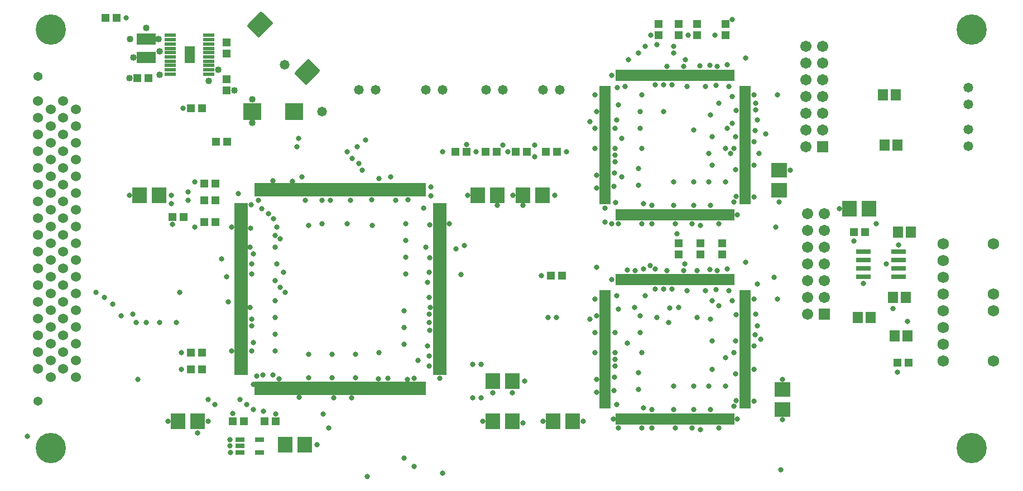
<source format=gts>
%FSLAX24Y24*%
%MOIN*%
G70*
G01*
G75*
G04 Layer_Color=8388736*
G04 Layer_Color=8388736*
%ADD10R,0.0472X0.0236*%
%ADD11R,0.0472X0.0236*%
%ADD12R,0.0620X0.1010*%
%ADD13R,0.0600X0.0150*%
%ADD14R,0.0360X0.2560*%
%ADD15R,0.0620X0.0775*%
%ADD16R,0.0630X0.0118*%
%ADD17R,0.0118X0.0630*%
%ADD18R,0.0433X0.0394*%
%ADD19R,0.0512X0.0591*%
%ADD20R,0.0728X0.0118*%
%ADD21R,0.0118X0.0728*%
%ADD22R,0.0787X0.0866*%
%ADD23R,0.0807X0.0236*%
%ADD24R,0.0394X0.0433*%
%ADD25R,0.1063X0.0630*%
%ADD26C,0.0241*%
%ADD27R,0.1024X0.0945*%
%ADD28R,0.0866X0.0787*%
%ADD29C,0.0080*%
%ADD30C,0.0100*%
%ADD31C,0.0200*%
%ADD32C,0.0160*%
%ADD33C,0.0200*%
%ADD34C,0.0460*%
%ADD35C,0.0520*%
%ADD36C,0.0600*%
%ADD37C,0.0500*%
%ADD38R,0.0591X0.0591*%
%ADD39C,0.0591*%
%ADD40C,0.1732*%
%ADD41C,0.1732*%
%ADD42C,0.0250*%
%ADD43C,0.0320*%
%ADD44C,0.0079*%
%ADD45C,0.0098*%
%ADD46C,0.0060*%
%ADD47C,0.0070*%
%ADD48C,0.0120*%
%ADD49R,0.0197X0.0079*%
%ADD50R,0.0079X0.0197*%
%ADD51R,0.0079X0.0197*%
%ADD52C,0.0020*%
%ADD53R,0.0552X0.0316*%
%ADD54R,0.0552X0.0316*%
%ADD55R,0.0680X0.0230*%
%ADD56R,0.0710X0.0198*%
%ADD57R,0.0198X0.0710*%
%ADD58R,0.0513X0.0474*%
%ADD59R,0.0592X0.0671*%
%ADD60R,0.0808X0.0198*%
%ADD61R,0.0198X0.0808*%
%ADD62R,0.0867X0.0946*%
%ADD63R,0.0887X0.0316*%
%ADD64R,0.0474X0.0513*%
%ADD65R,0.1143X0.0710*%
%ADD66R,0.1104X0.1025*%
%ADD67R,0.0946X0.0867*%
%ADD68C,0.0540*%
%ADD69C,0.0680*%
%ADD70C,0.0580*%
%ADD71R,0.0671X0.0671*%
%ADD72C,0.0671*%
%ADD73C,0.1812*%
%ADD74C,0.1812*%
%ADD75C,0.0330*%
%ADD76C,0.0400*%
D12*
X30800Y56000D02*
D03*
D26*
X35062Y58459D02*
X35630Y57891D01*
X34909Y57170D01*
X34341Y57738D01*
X35062Y58459D01*
Y58175D02*
X35346Y57891D01*
X34909Y57454D01*
X34625Y57738D01*
X35062Y58175D01*
X35059Y57894D02*
X34913Y57734D01*
X37891Y55630D02*
X38459Y55062D01*
X37738Y54341D01*
X37170Y54909D01*
X37891Y55630D01*
Y55346D02*
X38175Y55062D01*
X37738Y54625D01*
X37454Y54909D01*
X37891Y55346D01*
X37887Y55066D02*
X37741Y54906D01*
D36*
X21750Y53250D02*
D03*
X22500Y52750D02*
D03*
X21750Y52250D02*
D03*
X22500Y51750D02*
D03*
X21750Y51250D02*
D03*
X22500Y50750D02*
D03*
X21750Y50250D02*
D03*
X22500Y49750D02*
D03*
X21750Y49250D02*
D03*
X22500Y48750D02*
D03*
X21750Y48250D02*
D03*
X22500Y47750D02*
D03*
X21750Y47250D02*
D03*
X22500Y46750D02*
D03*
X21750Y46250D02*
D03*
X22500Y45750D02*
D03*
X21750Y45250D02*
D03*
X22500Y44750D02*
D03*
X21750Y44250D02*
D03*
X22500Y43750D02*
D03*
X21750Y43250D02*
D03*
X22500Y42750D02*
D03*
X21750Y42250D02*
D03*
X22500Y41750D02*
D03*
X21750Y41250D02*
D03*
X22500Y40750D02*
D03*
X21750Y40250D02*
D03*
X22500Y39750D02*
D03*
X21750Y39250D02*
D03*
X22500Y38750D02*
D03*
X21750Y38250D02*
D03*
X22500Y37750D02*
D03*
X21750Y37250D02*
D03*
X22500Y36750D02*
D03*
X23250Y53250D02*
D03*
X24000Y52750D02*
D03*
X23250Y52250D02*
D03*
X24000Y51750D02*
D03*
X23250Y51250D02*
D03*
X24000Y50750D02*
D03*
X23250Y50250D02*
D03*
X24000Y49750D02*
D03*
X23250Y49250D02*
D03*
X24000Y48750D02*
D03*
X23250Y48250D02*
D03*
X24000Y47750D02*
D03*
X23250Y47250D02*
D03*
X24000Y46750D02*
D03*
X23250Y46250D02*
D03*
X24000Y45750D02*
D03*
X23250Y45250D02*
D03*
X24000Y44750D02*
D03*
X23250Y44250D02*
D03*
X24000Y43750D02*
D03*
X23250Y43250D02*
D03*
X24000Y42750D02*
D03*
X23250Y42250D02*
D03*
X24000Y41750D02*
D03*
X23250Y41250D02*
D03*
X24000Y40750D02*
D03*
X23250Y40250D02*
D03*
X24000Y39750D02*
D03*
X23250Y39250D02*
D03*
X24000Y38750D02*
D03*
X23250Y38250D02*
D03*
X24000Y37750D02*
D03*
X23250Y37250D02*
D03*
X24000Y36750D02*
D03*
D53*
X34981Y33000D02*
D03*
D54*
X33800Y32626D02*
D03*
Y32252D02*
D03*
X34981D02*
D03*
X33800Y33000D02*
D03*
D55*
X31950Y54850D02*
D03*
Y55106D02*
D03*
Y55362D02*
D03*
Y55618D02*
D03*
Y55874D02*
D03*
Y56130D02*
D03*
Y56386D02*
D03*
Y56642D02*
D03*
Y56898D02*
D03*
Y57154D02*
D03*
X29650Y54850D02*
D03*
Y55106D02*
D03*
Y55362D02*
D03*
Y55618D02*
D03*
Y55874D02*
D03*
Y56130D02*
D03*
Y56386D02*
D03*
Y56642D02*
D03*
Y56898D02*
D03*
Y57154D02*
D03*
D56*
X55627Y41845D02*
D03*
Y41648D02*
D03*
Y41451D02*
D03*
Y41254D02*
D03*
Y41057D02*
D03*
Y40861D02*
D03*
Y40664D02*
D03*
Y40467D02*
D03*
Y40270D02*
D03*
Y40073D02*
D03*
Y39876D02*
D03*
Y39680D02*
D03*
Y39483D02*
D03*
Y39286D02*
D03*
Y39089D02*
D03*
Y38892D02*
D03*
Y38695D02*
D03*
Y38498D02*
D03*
Y38302D02*
D03*
Y38105D02*
D03*
Y37908D02*
D03*
Y37711D02*
D03*
Y37514D02*
D03*
Y37317D02*
D03*
Y37120D02*
D03*
Y36924D02*
D03*
Y36727D02*
D03*
Y36530D02*
D03*
Y36333D02*
D03*
Y36136D02*
D03*
Y35939D02*
D03*
Y35743D02*
D03*
Y35546D02*
D03*
Y35349D02*
D03*
Y35152D02*
D03*
Y34955D02*
D03*
X63973Y41845D02*
D03*
Y41648D02*
D03*
Y41451D02*
D03*
Y41254D02*
D03*
Y41057D02*
D03*
Y40861D02*
D03*
Y40664D02*
D03*
Y40467D02*
D03*
Y40270D02*
D03*
Y40073D02*
D03*
Y39876D02*
D03*
Y39680D02*
D03*
Y39483D02*
D03*
Y39286D02*
D03*
Y39089D02*
D03*
Y38892D02*
D03*
Y38695D02*
D03*
Y38498D02*
D03*
Y38302D02*
D03*
Y38105D02*
D03*
Y37908D02*
D03*
Y37711D02*
D03*
Y37514D02*
D03*
Y37317D02*
D03*
Y37120D02*
D03*
Y36924D02*
D03*
Y36727D02*
D03*
Y36530D02*
D03*
Y36333D02*
D03*
Y36136D02*
D03*
Y35939D02*
D03*
Y35743D02*
D03*
Y35546D02*
D03*
Y35349D02*
D03*
Y35152D02*
D03*
Y34955D02*
D03*
Y47155D02*
D03*
Y47352D02*
D03*
Y47549D02*
D03*
Y47746D02*
D03*
Y47943D02*
D03*
Y48139D02*
D03*
Y48336D02*
D03*
Y48533D02*
D03*
Y48730D02*
D03*
Y48927D02*
D03*
Y49124D02*
D03*
Y49320D02*
D03*
Y49517D02*
D03*
Y49714D02*
D03*
Y49911D02*
D03*
Y50108D02*
D03*
Y50305D02*
D03*
Y50502D02*
D03*
Y50698D02*
D03*
Y50895D02*
D03*
Y51092D02*
D03*
Y51289D02*
D03*
Y51486D02*
D03*
Y51683D02*
D03*
Y51880D02*
D03*
Y52076D02*
D03*
Y52273D02*
D03*
Y52470D02*
D03*
Y52667D02*
D03*
Y52864D02*
D03*
Y53061D02*
D03*
Y53257D02*
D03*
Y53454D02*
D03*
Y53651D02*
D03*
Y53848D02*
D03*
Y54045D02*
D03*
X55627Y47155D02*
D03*
Y47352D02*
D03*
Y47549D02*
D03*
Y47746D02*
D03*
Y47943D02*
D03*
Y48139D02*
D03*
Y48336D02*
D03*
Y48533D02*
D03*
Y48730D02*
D03*
Y48927D02*
D03*
Y49124D02*
D03*
Y49320D02*
D03*
Y49517D02*
D03*
Y49714D02*
D03*
Y49911D02*
D03*
Y50108D02*
D03*
Y50305D02*
D03*
Y50502D02*
D03*
Y50698D02*
D03*
Y50895D02*
D03*
Y51092D02*
D03*
Y51289D02*
D03*
Y51486D02*
D03*
Y51683D02*
D03*
Y51880D02*
D03*
Y52076D02*
D03*
Y52273D02*
D03*
Y52470D02*
D03*
Y52667D02*
D03*
Y52864D02*
D03*
Y53061D02*
D03*
Y53257D02*
D03*
Y53454D02*
D03*
Y53651D02*
D03*
Y53848D02*
D03*
Y54045D02*
D03*
D57*
X56355Y34227D02*
D03*
X56552D02*
D03*
X56749D02*
D03*
X56946D02*
D03*
X57143D02*
D03*
X57339D02*
D03*
X57536D02*
D03*
X57733D02*
D03*
X57930D02*
D03*
X58127D02*
D03*
X58324D02*
D03*
X58520D02*
D03*
X58717D02*
D03*
X58914D02*
D03*
X59111D02*
D03*
X59308D02*
D03*
X59505D02*
D03*
X59702D02*
D03*
X59898D02*
D03*
X60095D02*
D03*
X60292D02*
D03*
X60489D02*
D03*
X60686D02*
D03*
X60883D02*
D03*
X61080D02*
D03*
X61276D02*
D03*
X61473D02*
D03*
X61670D02*
D03*
X61867D02*
D03*
X62064D02*
D03*
X62261D02*
D03*
X62457D02*
D03*
X62654D02*
D03*
X62851D02*
D03*
X63048D02*
D03*
X63245D02*
D03*
X56355Y42573D02*
D03*
X56552D02*
D03*
X56749D02*
D03*
X56946D02*
D03*
X57143D02*
D03*
X57339D02*
D03*
X57536D02*
D03*
X57733D02*
D03*
X57930D02*
D03*
X58127D02*
D03*
X58324D02*
D03*
X58520D02*
D03*
X58717D02*
D03*
X58914D02*
D03*
X59111D02*
D03*
X59308D02*
D03*
X59505D02*
D03*
X59702D02*
D03*
X59898D02*
D03*
X60095D02*
D03*
X60292D02*
D03*
X60489D02*
D03*
X60686D02*
D03*
X60883D02*
D03*
X61080D02*
D03*
X61276D02*
D03*
X61473D02*
D03*
X61670D02*
D03*
X61867D02*
D03*
X62064D02*
D03*
X62261D02*
D03*
X62457D02*
D03*
X62654D02*
D03*
X62851D02*
D03*
X63048D02*
D03*
X63245D02*
D03*
Y54773D02*
D03*
X63048D02*
D03*
X62851D02*
D03*
X62654D02*
D03*
X62457D02*
D03*
X62261D02*
D03*
X62064D02*
D03*
X61867D02*
D03*
X61670D02*
D03*
X61473D02*
D03*
X61276D02*
D03*
X61080D02*
D03*
X60883D02*
D03*
X60686D02*
D03*
X60489D02*
D03*
X60292D02*
D03*
X60095D02*
D03*
X59898D02*
D03*
X59702D02*
D03*
X59505D02*
D03*
X59308D02*
D03*
X59111D02*
D03*
X58914D02*
D03*
X58717D02*
D03*
X58520D02*
D03*
X58324D02*
D03*
X58127D02*
D03*
X57930D02*
D03*
X57733D02*
D03*
X57536D02*
D03*
X57339D02*
D03*
X57143D02*
D03*
X56946D02*
D03*
X56749D02*
D03*
X56552D02*
D03*
X56355D02*
D03*
X63245Y46427D02*
D03*
X63048D02*
D03*
X62851D02*
D03*
X62654D02*
D03*
X62457D02*
D03*
X62261D02*
D03*
X62064D02*
D03*
X61867D02*
D03*
X61670D02*
D03*
X61473D02*
D03*
X61276D02*
D03*
X61080D02*
D03*
X60883D02*
D03*
X60686D02*
D03*
X60489D02*
D03*
X60292D02*
D03*
X60095D02*
D03*
X59898D02*
D03*
X59702D02*
D03*
X59505D02*
D03*
X59308D02*
D03*
X59111D02*
D03*
X58914D02*
D03*
X58717D02*
D03*
X58520D02*
D03*
X58324D02*
D03*
X58127D02*
D03*
X57930D02*
D03*
X57733D02*
D03*
X57536D02*
D03*
X57339D02*
D03*
X57143D02*
D03*
X56946D02*
D03*
X56749D02*
D03*
X56552D02*
D03*
X56355D02*
D03*
D58*
X52365Y42800D02*
D03*
X53035D02*
D03*
X70465Y45400D02*
D03*
X71135D02*
D03*
X73065Y37600D02*
D03*
X73735D02*
D03*
X27665Y54600D02*
D03*
X28335D02*
D03*
X47335Y50200D02*
D03*
X46665D02*
D03*
X49135D02*
D03*
X48465D02*
D03*
X50935D02*
D03*
X50265D02*
D03*
X52735D02*
D03*
X52065D02*
D03*
X32335Y48300D02*
D03*
X31665D02*
D03*
X32335Y47300D02*
D03*
X31665D02*
D03*
X30435Y46300D02*
D03*
X29765D02*
D03*
X31665Y46000D02*
D03*
X32335D02*
D03*
X30865Y52800D02*
D03*
X31535D02*
D03*
X32365Y50800D02*
D03*
X33035D02*
D03*
X26435Y58200D02*
D03*
X25765D02*
D03*
X31535Y38200D02*
D03*
X30865D02*
D03*
X31535Y37200D02*
D03*
X30865D02*
D03*
X33365Y34100D02*
D03*
X34035D02*
D03*
X35265D02*
D03*
X35935D02*
D03*
D59*
X72974Y53600D02*
D03*
X72226D02*
D03*
X73074Y50600D02*
D03*
X72326D02*
D03*
X73126Y45400D02*
D03*
X73874D02*
D03*
X72826Y41500D02*
D03*
X73574D02*
D03*
X71474Y40300D02*
D03*
X70726D02*
D03*
X72926Y39200D02*
D03*
X73674D02*
D03*
D60*
X33865Y47020D02*
D03*
Y46823D02*
D03*
Y46626D02*
D03*
Y46429D02*
D03*
Y46232D02*
D03*
Y46035D02*
D03*
Y45839D02*
D03*
Y45642D02*
D03*
Y45445D02*
D03*
Y45248D02*
D03*
Y45051D02*
D03*
Y44854D02*
D03*
Y44657D02*
D03*
Y44461D02*
D03*
Y44264D02*
D03*
Y44067D02*
D03*
Y43870D02*
D03*
Y43673D02*
D03*
Y43476D02*
D03*
Y43280D02*
D03*
Y43083D02*
D03*
Y42886D02*
D03*
Y42689D02*
D03*
Y42492D02*
D03*
Y42295D02*
D03*
Y42098D02*
D03*
Y41902D02*
D03*
Y41705D02*
D03*
Y41508D02*
D03*
Y41311D02*
D03*
Y41114D02*
D03*
Y40917D02*
D03*
Y40720D02*
D03*
Y40524D02*
D03*
Y40327D02*
D03*
Y40130D02*
D03*
Y39933D02*
D03*
Y39736D02*
D03*
Y39539D02*
D03*
Y39343D02*
D03*
Y39146D02*
D03*
Y38949D02*
D03*
Y38752D02*
D03*
Y38555D02*
D03*
Y38358D02*
D03*
Y38161D02*
D03*
Y37965D02*
D03*
Y37768D02*
D03*
Y37571D02*
D03*
Y37374D02*
D03*
Y37177D02*
D03*
Y36980D02*
D03*
X45735Y47020D02*
D03*
Y46823D02*
D03*
Y46626D02*
D03*
Y46429D02*
D03*
Y46232D02*
D03*
Y46035D02*
D03*
Y45839D02*
D03*
Y45642D02*
D03*
Y45445D02*
D03*
Y45248D02*
D03*
Y45051D02*
D03*
Y44854D02*
D03*
Y44657D02*
D03*
Y44461D02*
D03*
Y44264D02*
D03*
Y44067D02*
D03*
Y43870D02*
D03*
Y43673D02*
D03*
Y43476D02*
D03*
Y43280D02*
D03*
Y43083D02*
D03*
Y42886D02*
D03*
Y42689D02*
D03*
Y42492D02*
D03*
Y42295D02*
D03*
Y42098D02*
D03*
Y41902D02*
D03*
Y41705D02*
D03*
Y41508D02*
D03*
Y41311D02*
D03*
Y41114D02*
D03*
Y40917D02*
D03*
Y40720D02*
D03*
Y40524D02*
D03*
Y40327D02*
D03*
Y40130D02*
D03*
Y39933D02*
D03*
Y39736D02*
D03*
Y39539D02*
D03*
Y39343D02*
D03*
Y39146D02*
D03*
Y38949D02*
D03*
Y38752D02*
D03*
Y38555D02*
D03*
Y38358D02*
D03*
Y38161D02*
D03*
Y37965D02*
D03*
Y37768D02*
D03*
Y37571D02*
D03*
Y37374D02*
D03*
Y37177D02*
D03*
Y36980D02*
D03*
D61*
X44820Y47935D02*
D03*
X44623D02*
D03*
X44426D02*
D03*
X44229D02*
D03*
X44032D02*
D03*
X43835D02*
D03*
X43639D02*
D03*
X43442D02*
D03*
X43245D02*
D03*
X43048D02*
D03*
X42851D02*
D03*
X42654D02*
D03*
X42457D02*
D03*
X42261D02*
D03*
X42064D02*
D03*
X41867D02*
D03*
X41670D02*
D03*
X41473D02*
D03*
X41276D02*
D03*
X41080D02*
D03*
X40883D02*
D03*
X40686D02*
D03*
X40489D02*
D03*
X40292D02*
D03*
X40095D02*
D03*
X39898D02*
D03*
X39702D02*
D03*
X39505D02*
D03*
X39308D02*
D03*
X39111D02*
D03*
X38914D02*
D03*
X38717D02*
D03*
X38520D02*
D03*
X38324D02*
D03*
X38127D02*
D03*
X37930D02*
D03*
X37733D02*
D03*
X37536D02*
D03*
X37339D02*
D03*
X37143D02*
D03*
X36946D02*
D03*
X36749D02*
D03*
X36552D02*
D03*
X36355D02*
D03*
X36158D02*
D03*
X35961D02*
D03*
X35765D02*
D03*
X35568D02*
D03*
X35371D02*
D03*
X35174D02*
D03*
X34977D02*
D03*
X34780D02*
D03*
X44820Y36065D02*
D03*
X44623D02*
D03*
X44426D02*
D03*
X44229D02*
D03*
X44032D02*
D03*
X43835D02*
D03*
X43639D02*
D03*
X43442D02*
D03*
X43245D02*
D03*
X43048D02*
D03*
X42851D02*
D03*
X42654D02*
D03*
X42457D02*
D03*
X42261D02*
D03*
X42064D02*
D03*
X41867D02*
D03*
X41670D02*
D03*
X41473D02*
D03*
X41276D02*
D03*
X41080D02*
D03*
X40883D02*
D03*
X40686D02*
D03*
X40489D02*
D03*
X40292D02*
D03*
X40095D02*
D03*
X39898D02*
D03*
X39702D02*
D03*
X39505D02*
D03*
X39308D02*
D03*
X39111D02*
D03*
X38914D02*
D03*
X38717D02*
D03*
X38520D02*
D03*
X38324D02*
D03*
X38127D02*
D03*
X37930D02*
D03*
X37733D02*
D03*
X37536D02*
D03*
X37339D02*
D03*
X37143D02*
D03*
X36946D02*
D03*
X36749D02*
D03*
X36552D02*
D03*
X36355D02*
D03*
X36158D02*
D03*
X35961D02*
D03*
X35765D02*
D03*
X35568D02*
D03*
X35371D02*
D03*
X35174D02*
D03*
X34977D02*
D03*
X34780D02*
D03*
D62*
X70209Y46800D02*
D03*
X71391D02*
D03*
X48009Y47600D02*
D03*
X49191D02*
D03*
X30109Y34100D02*
D03*
X31291D02*
D03*
X52509D02*
D03*
X53691D02*
D03*
X27809Y47600D02*
D03*
X28991D02*
D03*
X48909Y36500D02*
D03*
X50091D02*
D03*
X37691Y32700D02*
D03*
X36509D02*
D03*
X50709Y47600D02*
D03*
X51891D02*
D03*
X48909Y34100D02*
D03*
X50091D02*
D03*
D63*
X73153Y42750D02*
D03*
Y43250D02*
D03*
Y43750D02*
D03*
Y44250D02*
D03*
X71047Y42750D02*
D03*
Y43250D02*
D03*
Y43750D02*
D03*
Y44250D02*
D03*
D64*
X33000Y53865D02*
D03*
Y54535D02*
D03*
Y56735D02*
D03*
Y56065D02*
D03*
X62800Y57165D02*
D03*
Y57835D02*
D03*
X60000Y44735D02*
D03*
Y44065D02*
D03*
X61300Y44735D02*
D03*
Y44065D02*
D03*
X62600Y44735D02*
D03*
Y44065D02*
D03*
X58800Y57835D02*
D03*
Y57165D02*
D03*
X61100Y57835D02*
D03*
Y57165D02*
D03*
X60000Y57835D02*
D03*
Y57165D02*
D03*
D65*
X28200Y55849D02*
D03*
Y56951D02*
D03*
D66*
X37060Y52600D02*
D03*
X34540D02*
D03*
D67*
X66200Y35991D02*
D03*
Y34809D02*
D03*
X66000Y49091D02*
D03*
Y47909D02*
D03*
D68*
X21750Y54710D02*
D03*
Y35290D02*
D03*
D69*
X78800Y41700D02*
D03*
Y44700D02*
D03*
X75800Y41700D02*
D03*
Y42700D02*
D03*
Y44700D02*
D03*
Y43700D02*
D03*
X78800Y37700D02*
D03*
Y40700D02*
D03*
X75800Y37700D02*
D03*
Y38700D02*
D03*
Y40700D02*
D03*
Y39700D02*
D03*
D70*
X41900Y53900D02*
D03*
X40900D02*
D03*
X45900D02*
D03*
X44900D02*
D03*
X49500D02*
D03*
X48500D02*
D03*
X52900D02*
D03*
X51900D02*
D03*
X77300Y50548D02*
D03*
Y51550D02*
D03*
Y54052D02*
D03*
Y53050D02*
D03*
X38720Y52600D02*
D03*
X36480Y55400D02*
D03*
D71*
X68700Y40500D02*
D03*
X68600Y50500D02*
D03*
D72*
X67700Y40500D02*
D03*
X68700Y41500D02*
D03*
X67700D02*
D03*
X68700Y42500D02*
D03*
X67700D02*
D03*
X68700Y43500D02*
D03*
X67700D02*
D03*
X68700Y44500D02*
D03*
X67700D02*
D03*
X68700Y45500D02*
D03*
X67700D02*
D03*
X68700Y46500D02*
D03*
X67700D02*
D03*
X67600Y50500D02*
D03*
X68600Y51500D02*
D03*
X67600D02*
D03*
X68600Y52500D02*
D03*
X67600D02*
D03*
X68600Y53500D02*
D03*
X67600D02*
D03*
X68600Y54500D02*
D03*
X67600D02*
D03*
X68600Y55500D02*
D03*
X67600D02*
D03*
X68600Y56500D02*
D03*
X67600D02*
D03*
D73*
X22500Y57500D02*
D03*
X77500Y32500D02*
D03*
D74*
X22500D02*
D03*
X77500Y57500D02*
D03*
D75*
X59100Y52600D02*
D03*
X66691Y49091D02*
D03*
X66000Y47200D02*
D03*
X66200Y36600D02*
D03*
Y34200D02*
D03*
X47400Y47600D02*
D03*
X49191Y47009D02*
D03*
X50709D02*
D03*
X50100Y47600D02*
D03*
X52600D02*
D03*
X48909Y35809D02*
D03*
X50091D02*
D03*
X50800Y36500D02*
D03*
X51900Y34100D02*
D03*
X54300D02*
D03*
X48300D02*
D03*
X50700Y34000D02*
D03*
X31291Y33409D02*
D03*
X29500Y34100D02*
D03*
X31900D02*
D03*
X29700Y47100D02*
D03*
Y47600D02*
D03*
X27200D02*
D03*
X27000Y58200D02*
D03*
X31900Y35400D02*
D03*
X33800D02*
D03*
X32300Y35100D02*
D03*
X34200D02*
D03*
X41400Y30800D02*
D03*
X66100Y31200D02*
D03*
X39100Y33700D02*
D03*
X45900Y31000D02*
D03*
X38767Y34533D02*
D03*
X33100Y41250D02*
D03*
X33000Y42750D02*
D03*
X39200Y47300D02*
D03*
X46700Y44400D02*
D03*
X45183Y40917D02*
D03*
X45139Y39539D02*
D03*
X45735Y36665D02*
D03*
X43800Y36600D02*
D03*
X44229Y36671D02*
D03*
X40489Y35511D02*
D03*
X62165Y57165D02*
D03*
X63200Y58100D02*
D03*
X51800Y42800D02*
D03*
X55100Y43300D02*
D03*
X45200Y48100D02*
D03*
X42100Y48600D02*
D03*
X44200Y31400D02*
D03*
X48200Y35500D02*
D03*
Y37500D02*
D03*
X47200Y44600D02*
D03*
X43600Y31900D02*
D03*
X47700Y35500D02*
D03*
Y37500D02*
D03*
X47014Y42886D02*
D03*
X34421Y44500D02*
D03*
X30400Y52800D02*
D03*
X37300Y51000D02*
D03*
X45200Y47555D02*
D03*
X37200Y50500D02*
D03*
X44777Y46823D02*
D03*
X40800Y50500D02*
D03*
X41300Y50900D02*
D03*
X57400Y43100D02*
D03*
X58000Y41600D02*
D03*
X62000Y41300D02*
D03*
X62400Y41000D02*
D03*
X65700Y42700D02*
D03*
X58600Y43200D02*
D03*
X60000Y40900D02*
D03*
X61100Y40300D02*
D03*
X64900Y39000D02*
D03*
X59400Y40000D02*
D03*
X64700Y42300D02*
D03*
X62800Y37900D02*
D03*
X59465Y40865D02*
D03*
X57369Y40900D02*
D03*
X56946Y43146D02*
D03*
X57900Y43200D02*
D03*
X59900Y45300D02*
D03*
X65800Y45700D02*
D03*
X58700Y56600D02*
D03*
X64800Y50100D02*
D03*
X63100D02*
D03*
X61800D02*
D03*
X60900Y51500D02*
D03*
X56800Y54100D02*
D03*
X62400Y53100D02*
D03*
X64600D02*
D03*
X57600Y56100D02*
D03*
X59700D02*
D03*
X58000Y56500D02*
D03*
X59700D02*
D03*
X58335Y57165D02*
D03*
X57000Y55700D02*
D03*
X60400D02*
D03*
X60565Y57165D02*
D03*
X58300Y43400D02*
D03*
X60370Y43500D02*
D03*
X42800Y48700D02*
D03*
X56600D02*
D03*
X62800Y50400D02*
D03*
X65200Y51273D02*
D03*
X52200Y40300D02*
D03*
X58700D02*
D03*
X64700Y39800D02*
D03*
X52700Y40300D02*
D03*
X56000Y45900D02*
D03*
X55600Y46000D02*
D03*
X55627Y46827D02*
D03*
X33365Y34565D02*
D03*
X35935Y34535D02*
D03*
X34800Y36800D02*
D03*
X34600Y34800D02*
D03*
X35200Y34700D02*
D03*
X35174Y36874D02*
D03*
X30300Y37200D02*
D03*
Y38200D02*
D03*
X29765Y45865D02*
D03*
X31100Y45700D02*
D03*
X30700Y47300D02*
D03*
Y47800D02*
D03*
X31100Y48400D02*
D03*
X38400Y32700D02*
D03*
X33248Y32252D02*
D03*
X33226Y32626D02*
D03*
X33200Y33000D02*
D03*
X41100Y49100D02*
D03*
X51400Y49900D02*
D03*
X40900Y49500D02*
D03*
X49800Y50200D02*
D03*
X40500Y49800D02*
D03*
X47900Y50200D02*
D03*
X40200D02*
D03*
X45900D02*
D03*
X47335Y50635D02*
D03*
X49500Y50600D02*
D03*
X51400D02*
D03*
X53300Y50200D02*
D03*
X71047Y42347D02*
D03*
X73065Y37035D02*
D03*
X73674Y40074D02*
D03*
X69600Y46800D02*
D03*
X70465Y44865D02*
D03*
X71800Y45900D02*
D03*
X73153Y44647D02*
D03*
X72400Y43500D02*
D03*
X72826Y40826D02*
D03*
X27700Y36600D02*
D03*
X30200Y41800D02*
D03*
X35100Y46800D02*
D03*
X35500Y46500D02*
D03*
X35765Y48465D02*
D03*
X35800Y46200D02*
D03*
X35900Y45200D02*
D03*
X36200Y45000D02*
D03*
X32700Y43800D02*
D03*
X36400Y43000D02*
D03*
X36946Y48446D02*
D03*
X36200Y42100D02*
D03*
X36500Y41800D02*
D03*
X37900Y45800D02*
D03*
X33700Y47700D02*
D03*
X34900Y47300D02*
D03*
X37700D02*
D03*
X37500Y48700D02*
D03*
X30000Y40000D02*
D03*
X29000D02*
D03*
X28200D02*
D03*
X27600D02*
D03*
X27400Y40500D02*
D03*
X26700Y40400D02*
D03*
X26200Y41100D02*
D03*
X25700Y41500D02*
D03*
X25200Y41800D02*
D03*
X34600Y38800D02*
D03*
X64700Y52100D02*
D03*
X62900Y51600D02*
D03*
X56600Y51000D02*
D03*
X54700Y52000D02*
D03*
X61276Y55324D02*
D03*
X45000Y42400D02*
D03*
X54700Y40200D02*
D03*
X56946Y38754D02*
D03*
X56300Y35100D02*
D03*
X56127Y34227D02*
D03*
X55100Y35820D02*
D03*
X56300Y41600D02*
D03*
X35900Y39300D02*
D03*
X34500Y39800D02*
D03*
X35900Y40300D02*
D03*
X34500Y40200D02*
D03*
X35900Y41300D02*
D03*
X34417Y40917D02*
D03*
X35900Y38300D02*
D03*
X34500D02*
D03*
X33300D02*
D03*
X34600Y36300D02*
D03*
X35765Y36865D02*
D03*
X36158Y36642D02*
D03*
X37339Y35539D02*
D03*
X37900Y36700D02*
D03*
Y38100D02*
D03*
X39300D02*
D03*
X39400Y35500D02*
D03*
X39300Y36700D02*
D03*
X40700Y38100D02*
D03*
Y36700D02*
D03*
X42100Y38200D02*
D03*
X42064Y36636D02*
D03*
X42654Y36654D02*
D03*
X44435Y37735D02*
D03*
X45100Y38000D02*
D03*
Y37400D02*
D03*
X43600Y38700D02*
D03*
X45000Y38600D02*
D03*
X43600Y39700D02*
D03*
X45100Y40000D02*
D03*
X43600Y40700D02*
D03*
X45100Y40500D02*
D03*
Y41500D02*
D03*
X43700Y42900D02*
D03*
X45100Y43000D02*
D03*
X45130Y43870D02*
D03*
X43700Y43900D02*
D03*
Y44900D02*
D03*
X44900Y44500D02*
D03*
X43700Y45900D02*
D03*
X46300D02*
D03*
X45161Y45839D02*
D03*
X43100Y47300D02*
D03*
X43835Y47335D02*
D03*
X41700Y45800D02*
D03*
X41670Y47330D02*
D03*
X40200Y45900D02*
D03*
X40400Y47300D02*
D03*
X38700Y45900D02*
D03*
X38717Y47317D02*
D03*
X34480Y47020D02*
D03*
X35900Y44500D02*
D03*
X36000Y43500D02*
D03*
X34600Y44100D02*
D03*
X34500Y43500D02*
D03*
X35900Y42500D02*
D03*
X34500Y42900D02*
D03*
X36000Y45700D02*
D03*
X34442Y45642D02*
D03*
X33300Y45700D02*
D03*
X57700Y39400D02*
D03*
X57800Y38200D02*
D03*
X57600Y37000D02*
D03*
Y36000D02*
D03*
X57700Y40400D02*
D03*
X60900Y36200D02*
D03*
X59700D02*
D03*
X62800D02*
D03*
X61800D02*
D03*
X62000Y38900D02*
D03*
Y37200D02*
D03*
X61900Y40200D02*
D03*
X65900Y41400D02*
D03*
X64000Y43600D02*
D03*
X63000Y41900D02*
D03*
X62900Y43200D02*
D03*
X62239Y41961D02*
D03*
X62300Y43100D02*
D03*
X61867Y43167D02*
D03*
X61100Y43100D02*
D03*
X61600Y41900D02*
D03*
X60500D02*
D03*
X60300Y43100D02*
D03*
X59600Y42000D02*
D03*
X59300Y43100D02*
D03*
X59111Y42011D02*
D03*
X58600Y42000D02*
D03*
X56027Y42573D02*
D03*
X63300Y35000D02*
D03*
X63451Y35349D02*
D03*
X64500Y35300D02*
D03*
X63424Y36924D02*
D03*
X64500Y37200D02*
D03*
X63300Y38200D02*
D03*
X64500Y38600D02*
D03*
X63408Y38892D02*
D03*
X64586Y39286D02*
D03*
X64600Y40500D02*
D03*
X63433Y40467D02*
D03*
X63200Y41300D02*
D03*
X64500Y41400D02*
D03*
X63527Y34227D02*
D03*
X62400Y33700D02*
D03*
X61900Y34800D02*
D03*
X61300Y33600D02*
D03*
X60800Y33700D02*
D03*
X60900Y34800D02*
D03*
X59800Y33700D02*
D03*
X59702Y34798D02*
D03*
X58400Y33700D02*
D03*
Y34800D02*
D03*
X57800Y33700D02*
D03*
X57900Y34900D02*
D03*
X56400Y33700D02*
D03*
X56139Y35939D02*
D03*
X55100Y36600D02*
D03*
X56173Y36727D02*
D03*
X56200Y37400D02*
D03*
Y37800D02*
D03*
Y38200D02*
D03*
X55000D02*
D03*
Y39400D02*
D03*
X56200D02*
D03*
X55100Y40400D02*
D03*
X56400Y40800D02*
D03*
X55000Y41400D02*
D03*
X56027Y54773D02*
D03*
X58600Y54200D02*
D03*
X59300Y55300D02*
D03*
X59111Y54211D02*
D03*
X59600Y54200D02*
D03*
X60300Y55300D02*
D03*
X60500Y54100D02*
D03*
X62239Y54161D02*
D03*
X61600Y54100D02*
D03*
X62300Y55300D02*
D03*
X61867Y55367D02*
D03*
X64000Y55800D02*
D03*
X63000Y54100D02*
D03*
X62900Y55400D02*
D03*
X57800Y53600D02*
D03*
X57700Y52600D02*
D03*
Y51600D02*
D03*
X57800Y50400D02*
D03*
X57600Y49200D02*
D03*
Y48200D02*
D03*
X59700Y48400D02*
D03*
X60900D02*
D03*
X61800D02*
D03*
X62800D02*
D03*
X62000Y49400D02*
D03*
X61900Y52400D02*
D03*
X65900Y53600D02*
D03*
X64500D02*
D03*
X63200Y53500D02*
D03*
X63433Y52667D02*
D03*
X64600Y52700D02*
D03*
X64586Y51486D02*
D03*
X63200Y51900D02*
D03*
X62000Y51100D02*
D03*
X63408Y51092D02*
D03*
X64500Y50800D02*
D03*
X63300Y50400D02*
D03*
X64500Y49400D02*
D03*
X63424Y49124D02*
D03*
X64500Y47500D02*
D03*
X63451Y47549D02*
D03*
X63300Y47200D02*
D03*
X63527Y46427D02*
D03*
X62400Y45900D02*
D03*
X61900Y47000D02*
D03*
X61300Y45800D02*
D03*
X60800Y45900D02*
D03*
X60900Y47000D02*
D03*
X59800Y45900D02*
D03*
X59702Y46998D02*
D03*
X58400Y45900D02*
D03*
Y47000D02*
D03*
X57800Y45900D02*
D03*
X57900Y47100D02*
D03*
X56400Y45900D02*
D03*
X56255Y47155D02*
D03*
X55100Y48050D02*
D03*
Y48800D02*
D03*
X56139Y48139D02*
D03*
X56173Y48927D02*
D03*
X56200Y49600D02*
D03*
Y50000D02*
D03*
Y50400D02*
D03*
X55000D02*
D03*
X56300Y52100D02*
D03*
X55100Y52600D02*
D03*
X55000Y51600D02*
D03*
X56200D02*
D03*
X56400Y53000D02*
D03*
X55000Y53600D02*
D03*
X56355Y54045D02*
D03*
X21100Y33193D02*
D03*
D76*
X27200Y54600D02*
D03*
X34540Y51940D02*
D03*
Y53340D02*
D03*
X27449Y55849D02*
D03*
X29000Y54800D02*
D03*
Y56200D02*
D03*
X28951Y56951D02*
D03*
X28200Y57600D02*
D03*
X27249Y56951D02*
D03*
X33465Y53865D02*
D03*
X31950Y54450D02*
D03*
X32506Y55106D02*
D03*
M02*

</source>
